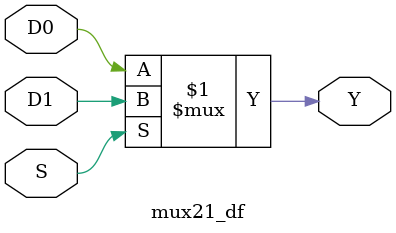
<source format=v>

module and_gate(output a, input b, c);
assign a = b & c;
endmodule

module not_gate(output d, input e);
assign d = ~ e;
endmodule

module or_gate(output l, input m, n);
assign l = m | n;
endmodule

module mux21_st(Y, D0, D1, S);
   output Y;
   input  D0, D1, S;
   wire   T1, T2, T3;
   and_gate u1(T1, D1, S);
   not_gate u2(T2, S);
   and_gate u3(T3, D0, T2);
   or_gate u4(Y, T1, T3);
endmodule

// Behavior model:
module mux21_bh(Y, D0, D1, S);
   input wire D0, D1, S;
   output reg Y;

   always @(D0 or D1 or S)
     begin

	if(S) 
	  Y= D1;
	else
	  Y=D0;

     end

endmodule // mux21_bh

// Dataflow model:
module mux21_df(Y, D0, D1, S);

   output Y;
   input  D0, D1, S;

   assign Y=(S)?D1:D0;

endmodule

</source>
